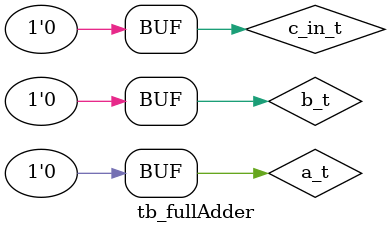
<source format=v>
module tb_fullAdder;

wire sum_t;
wire c_out_t;
reg a_t;
reg b_t;
reg c_in_t;

fullAdder fullAdder_tb	// easy to name wanna use in modelsim
(
	.sum(sum_t),
	.c_out(c_out_t),
	.a(a_t),
	.b(b_t),
	.c_in(c_in_t)
);

initial
begin
		a_t = 1'd0; b_t = 1'd0; c_in_t = 1'd0;
	#5	a_t = 1'd0; b_t = 1'd0; c_in_t = 1'd1;
	#5	a_t = 1'd0; b_t = 1'd1; c_in_t = 1'd0;
	#5	a_t = 1'd0; b_t = 1'd1; c_in_t = 1'd1;
	#5	a_t = 1'd1; b_t = 1'd0; c_in_t = 1'd0;
	#5	a_t = 1'd1; b_t = 1'd0; c_in_t = 1'd1;
	#5	a_t = 1'd1; b_t = 1'd1; c_in_t = 1'd0;
	#5	a_t = 1'd1; b_t = 1'd1; c_in_t = 1'd1;
	#5	a_t = 1'd0; b_t = 1'd0; c_in_t = 1'd0;
end
	
endmodule 
</source>
